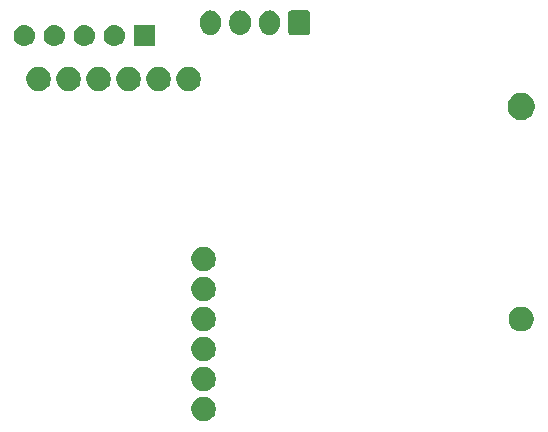
<source format=gbr>
G04 #@! TF.GenerationSoftware,KiCad,Pcbnew,5.1.4*
G04 #@! TF.CreationDate,2019-11-19T13:40:08+01:00*
G04 #@! TF.ProjectId,lamp,6c616d70-2e6b-4696-9361-645f70636258,rev?*
G04 #@! TF.SameCoordinates,Original*
G04 #@! TF.FileFunction,Soldermask,Bot*
G04 #@! TF.FilePolarity,Negative*
%FSLAX46Y46*%
G04 Gerber Fmt 4.6, Leading zero omitted, Abs format (unit mm)*
G04 Created by KiCad (PCBNEW 5.1.4) date 2019-11-19 13:40:08*
%MOMM*%
%LPD*%
G04 APERTURE LIST*
%ADD10C,0.100000*%
G04 APERTURE END LIST*
D10*
G36*
X37423765Y-140598620D02*
G01*
X37613288Y-140677123D01*
X37783854Y-140791092D01*
X37928908Y-140936146D01*
X38042877Y-141106712D01*
X38121380Y-141296235D01*
X38161400Y-141497431D01*
X38161400Y-141702569D01*
X38121380Y-141903765D01*
X38042877Y-142093288D01*
X37928908Y-142263854D01*
X37783854Y-142408908D01*
X37613288Y-142522877D01*
X37613287Y-142522878D01*
X37613286Y-142522878D01*
X37423765Y-142601380D01*
X37222570Y-142641400D01*
X37017430Y-142641400D01*
X36816235Y-142601380D01*
X36626714Y-142522878D01*
X36626713Y-142522878D01*
X36626712Y-142522877D01*
X36456146Y-142408908D01*
X36311092Y-142263854D01*
X36197123Y-142093288D01*
X36118620Y-141903765D01*
X36078600Y-141702569D01*
X36078600Y-141497431D01*
X36118620Y-141296235D01*
X36197123Y-141106712D01*
X36311092Y-140936146D01*
X36456146Y-140791092D01*
X36626712Y-140677123D01*
X36816235Y-140598620D01*
X37017430Y-140558600D01*
X37222570Y-140558600D01*
X37423765Y-140598620D01*
X37423765Y-140598620D01*
G37*
G36*
X37423765Y-138058620D02*
G01*
X37613288Y-138137123D01*
X37783854Y-138251092D01*
X37928908Y-138396146D01*
X38042877Y-138566712D01*
X38121380Y-138756235D01*
X38161400Y-138957431D01*
X38161400Y-139162569D01*
X38121380Y-139363765D01*
X38042877Y-139553288D01*
X37928908Y-139723854D01*
X37783854Y-139868908D01*
X37613288Y-139982877D01*
X37613287Y-139982878D01*
X37613286Y-139982878D01*
X37423765Y-140061380D01*
X37222570Y-140101400D01*
X37017430Y-140101400D01*
X36816235Y-140061380D01*
X36626714Y-139982878D01*
X36626713Y-139982878D01*
X36626712Y-139982877D01*
X36456146Y-139868908D01*
X36311092Y-139723854D01*
X36197123Y-139553288D01*
X36118620Y-139363765D01*
X36078600Y-139162569D01*
X36078600Y-138957431D01*
X36118620Y-138756235D01*
X36197123Y-138566712D01*
X36311092Y-138396146D01*
X36456146Y-138251092D01*
X36626712Y-138137123D01*
X36816235Y-138058620D01*
X37017430Y-138018600D01*
X37222570Y-138018600D01*
X37423765Y-138058620D01*
X37423765Y-138058620D01*
G37*
G36*
X37423765Y-135518620D02*
G01*
X37613288Y-135597123D01*
X37783854Y-135711092D01*
X37928908Y-135856146D01*
X38042877Y-136026712D01*
X38121380Y-136216235D01*
X38161400Y-136417431D01*
X38161400Y-136622569D01*
X38121380Y-136823765D01*
X38042877Y-137013288D01*
X37928908Y-137183854D01*
X37783854Y-137328908D01*
X37613288Y-137442877D01*
X37613287Y-137442878D01*
X37613286Y-137442878D01*
X37423765Y-137521380D01*
X37222570Y-137561400D01*
X37017430Y-137561400D01*
X36816235Y-137521380D01*
X36626714Y-137442878D01*
X36626713Y-137442878D01*
X36626712Y-137442877D01*
X36456146Y-137328908D01*
X36311092Y-137183854D01*
X36197123Y-137013288D01*
X36118620Y-136823765D01*
X36078600Y-136622569D01*
X36078600Y-136417431D01*
X36118620Y-136216235D01*
X36197123Y-136026712D01*
X36311092Y-135856146D01*
X36456146Y-135711092D01*
X36626712Y-135597123D01*
X36816235Y-135518620D01*
X37017430Y-135478600D01*
X37222570Y-135478600D01*
X37423765Y-135518620D01*
X37423765Y-135518620D01*
G37*
G36*
X64306564Y-132989389D02*
G01*
X64497833Y-133068615D01*
X64497835Y-133068616D01*
X64669973Y-133183635D01*
X64816365Y-133330027D01*
X64921059Y-133486712D01*
X64931385Y-133502167D01*
X65010611Y-133693436D01*
X65051000Y-133896484D01*
X65051000Y-134103516D01*
X65010611Y-134306564D01*
X64941552Y-134473288D01*
X64931384Y-134497835D01*
X64816365Y-134669973D01*
X64669973Y-134816365D01*
X64497835Y-134931384D01*
X64497834Y-134931385D01*
X64497833Y-134931385D01*
X64306564Y-135010611D01*
X64103516Y-135051000D01*
X63896484Y-135051000D01*
X63693436Y-135010611D01*
X63502167Y-134931385D01*
X63502166Y-134931385D01*
X63502165Y-134931384D01*
X63330027Y-134816365D01*
X63183635Y-134669973D01*
X63068616Y-134497835D01*
X63058448Y-134473288D01*
X62989389Y-134306564D01*
X62949000Y-134103516D01*
X62949000Y-133896484D01*
X62989389Y-133693436D01*
X63068615Y-133502167D01*
X63078942Y-133486712D01*
X63183635Y-133330027D01*
X63330027Y-133183635D01*
X63502165Y-133068616D01*
X63502167Y-133068615D01*
X63693436Y-132989389D01*
X63896484Y-132949000D01*
X64103516Y-132949000D01*
X64306564Y-132989389D01*
X64306564Y-132989389D01*
G37*
G36*
X37423765Y-132978620D02*
G01*
X37613288Y-133057123D01*
X37783854Y-133171092D01*
X37928908Y-133316146D01*
X37928909Y-133316148D01*
X38042878Y-133486714D01*
X38121380Y-133676235D01*
X38161400Y-133877430D01*
X38161400Y-134082570D01*
X38121380Y-134283765D01*
X38042877Y-134473288D01*
X37928908Y-134643854D01*
X37783854Y-134788908D01*
X37613288Y-134902877D01*
X37613287Y-134902878D01*
X37613286Y-134902878D01*
X37423765Y-134981380D01*
X37222570Y-135021400D01*
X37017430Y-135021400D01*
X36816235Y-134981380D01*
X36626714Y-134902878D01*
X36626713Y-134902878D01*
X36626712Y-134902877D01*
X36456146Y-134788908D01*
X36311092Y-134643854D01*
X36197123Y-134473288D01*
X36118620Y-134283765D01*
X36078600Y-134082570D01*
X36078600Y-133877430D01*
X36118620Y-133676235D01*
X36197122Y-133486714D01*
X36311091Y-133316148D01*
X36311092Y-133316146D01*
X36456146Y-133171092D01*
X36626712Y-133057123D01*
X36816235Y-132978620D01*
X37017430Y-132938600D01*
X37222570Y-132938600D01*
X37423765Y-132978620D01*
X37423765Y-132978620D01*
G37*
G36*
X37423765Y-130438620D02*
G01*
X37613288Y-130517123D01*
X37783854Y-130631092D01*
X37928908Y-130776146D01*
X38042877Y-130946712D01*
X38121380Y-131136235D01*
X38161400Y-131337431D01*
X38161400Y-131542569D01*
X38121380Y-131743765D01*
X38042877Y-131933288D01*
X37928908Y-132103854D01*
X37783854Y-132248908D01*
X37613288Y-132362877D01*
X37613287Y-132362878D01*
X37613286Y-132362878D01*
X37423765Y-132441380D01*
X37222570Y-132481400D01*
X37017430Y-132481400D01*
X36816235Y-132441380D01*
X36626714Y-132362878D01*
X36626713Y-132362878D01*
X36626712Y-132362877D01*
X36456146Y-132248908D01*
X36311092Y-132103854D01*
X36197123Y-131933288D01*
X36118620Y-131743765D01*
X36078600Y-131542569D01*
X36078600Y-131337431D01*
X36118620Y-131136235D01*
X36197123Y-130946712D01*
X36311092Y-130776146D01*
X36456146Y-130631092D01*
X36626712Y-130517123D01*
X36816235Y-130438620D01*
X37017430Y-130398600D01*
X37222570Y-130398600D01*
X37423765Y-130438620D01*
X37423765Y-130438620D01*
G37*
G36*
X37423765Y-127898620D02*
G01*
X37613288Y-127977123D01*
X37783854Y-128091092D01*
X37928908Y-128236146D01*
X38042877Y-128406712D01*
X38121380Y-128596235D01*
X38161400Y-128797431D01*
X38161400Y-129002569D01*
X38121380Y-129203765D01*
X38042877Y-129393288D01*
X37928908Y-129563854D01*
X37783854Y-129708908D01*
X37613288Y-129822877D01*
X37613287Y-129822878D01*
X37613286Y-129822878D01*
X37423765Y-129901380D01*
X37222570Y-129941400D01*
X37017430Y-129941400D01*
X36816235Y-129901380D01*
X36626714Y-129822878D01*
X36626713Y-129822878D01*
X36626712Y-129822877D01*
X36456146Y-129708908D01*
X36311092Y-129563854D01*
X36197123Y-129393288D01*
X36118620Y-129203765D01*
X36078600Y-129002569D01*
X36078600Y-128797431D01*
X36118620Y-128596235D01*
X36197123Y-128406712D01*
X36311092Y-128236146D01*
X36456146Y-128091092D01*
X36626712Y-127977123D01*
X36816235Y-127898620D01*
X37017430Y-127858600D01*
X37222570Y-127858600D01*
X37423765Y-127898620D01*
X37423765Y-127898620D01*
G37*
G36*
X64224549Y-114871116D02*
G01*
X64335734Y-114893232D01*
X64545203Y-114979997D01*
X64733720Y-115105960D01*
X64894040Y-115266280D01*
X65020003Y-115454797D01*
X65106768Y-115664266D01*
X65151000Y-115886636D01*
X65151000Y-116113364D01*
X65106768Y-116335734D01*
X65020003Y-116545203D01*
X64894040Y-116733720D01*
X64733720Y-116894040D01*
X64545203Y-117020003D01*
X64335734Y-117106768D01*
X64224549Y-117128884D01*
X64113365Y-117151000D01*
X63886635Y-117151000D01*
X63775451Y-117128884D01*
X63664266Y-117106768D01*
X63454797Y-117020003D01*
X63266280Y-116894040D01*
X63105960Y-116733720D01*
X62979997Y-116545203D01*
X62893232Y-116335734D01*
X62849000Y-116113364D01*
X62849000Y-115886636D01*
X62893232Y-115664266D01*
X62979997Y-115454797D01*
X63105960Y-115266280D01*
X63266280Y-115105960D01*
X63454797Y-114979997D01*
X63664266Y-114893232D01*
X63775451Y-114871116D01*
X63886635Y-114849000D01*
X64113365Y-114849000D01*
X64224549Y-114871116D01*
X64224549Y-114871116D01*
G37*
G36*
X33613765Y-112658620D02*
G01*
X33803288Y-112737123D01*
X33973854Y-112851092D01*
X34118908Y-112996146D01*
X34232877Y-113166712D01*
X34311380Y-113356235D01*
X34351400Y-113557431D01*
X34351400Y-113762569D01*
X34311380Y-113963765D01*
X34232877Y-114153288D01*
X34118908Y-114323854D01*
X33973854Y-114468908D01*
X33803288Y-114582877D01*
X33803287Y-114582878D01*
X33803286Y-114582878D01*
X33613765Y-114661380D01*
X33412570Y-114701400D01*
X33207430Y-114701400D01*
X33006235Y-114661380D01*
X32816714Y-114582878D01*
X32816713Y-114582878D01*
X32816712Y-114582877D01*
X32646146Y-114468908D01*
X32501092Y-114323854D01*
X32387123Y-114153288D01*
X32308620Y-113963765D01*
X32268600Y-113762569D01*
X32268600Y-113557431D01*
X32308620Y-113356235D01*
X32387123Y-113166712D01*
X32501092Y-112996146D01*
X32646146Y-112851092D01*
X32816712Y-112737123D01*
X33006235Y-112658620D01*
X33207430Y-112618600D01*
X33412570Y-112618600D01*
X33613765Y-112658620D01*
X33613765Y-112658620D01*
G37*
G36*
X31073765Y-112658620D02*
G01*
X31263288Y-112737123D01*
X31433854Y-112851092D01*
X31578908Y-112996146D01*
X31692877Y-113166712D01*
X31771380Y-113356235D01*
X31811400Y-113557431D01*
X31811400Y-113762569D01*
X31771380Y-113963765D01*
X31692877Y-114153288D01*
X31578908Y-114323854D01*
X31433854Y-114468908D01*
X31263288Y-114582877D01*
X31263287Y-114582878D01*
X31263286Y-114582878D01*
X31073765Y-114661380D01*
X30872570Y-114701400D01*
X30667430Y-114701400D01*
X30466235Y-114661380D01*
X30276714Y-114582878D01*
X30276713Y-114582878D01*
X30276712Y-114582877D01*
X30106146Y-114468908D01*
X29961092Y-114323854D01*
X29847123Y-114153288D01*
X29768620Y-113963765D01*
X29728600Y-113762569D01*
X29728600Y-113557431D01*
X29768620Y-113356235D01*
X29847123Y-113166712D01*
X29961092Y-112996146D01*
X30106146Y-112851092D01*
X30276712Y-112737123D01*
X30466235Y-112658620D01*
X30667430Y-112618600D01*
X30872570Y-112618600D01*
X31073765Y-112658620D01*
X31073765Y-112658620D01*
G37*
G36*
X25993765Y-112658620D02*
G01*
X26183288Y-112737123D01*
X26353854Y-112851092D01*
X26498908Y-112996146D01*
X26612877Y-113166712D01*
X26691380Y-113356235D01*
X26731400Y-113557431D01*
X26731400Y-113762569D01*
X26691380Y-113963765D01*
X26612877Y-114153288D01*
X26498908Y-114323854D01*
X26353854Y-114468908D01*
X26183288Y-114582877D01*
X26183287Y-114582878D01*
X26183286Y-114582878D01*
X25993765Y-114661380D01*
X25792570Y-114701400D01*
X25587430Y-114701400D01*
X25386235Y-114661380D01*
X25196714Y-114582878D01*
X25196713Y-114582878D01*
X25196712Y-114582877D01*
X25026146Y-114468908D01*
X24881092Y-114323854D01*
X24767123Y-114153288D01*
X24688620Y-113963765D01*
X24648600Y-113762569D01*
X24648600Y-113557431D01*
X24688620Y-113356235D01*
X24767123Y-113166712D01*
X24881092Y-112996146D01*
X25026146Y-112851092D01*
X25196712Y-112737123D01*
X25386235Y-112658620D01*
X25587430Y-112618600D01*
X25792570Y-112618600D01*
X25993765Y-112658620D01*
X25993765Y-112658620D01*
G37*
G36*
X23453765Y-112658620D02*
G01*
X23643288Y-112737123D01*
X23813854Y-112851092D01*
X23958908Y-112996146D01*
X24072877Y-113166712D01*
X24151380Y-113356235D01*
X24191400Y-113557431D01*
X24191400Y-113762569D01*
X24151380Y-113963765D01*
X24072877Y-114153288D01*
X23958908Y-114323854D01*
X23813854Y-114468908D01*
X23643288Y-114582877D01*
X23643287Y-114582878D01*
X23643286Y-114582878D01*
X23453765Y-114661380D01*
X23252570Y-114701400D01*
X23047430Y-114701400D01*
X22846235Y-114661380D01*
X22656714Y-114582878D01*
X22656713Y-114582878D01*
X22656712Y-114582877D01*
X22486146Y-114468908D01*
X22341092Y-114323854D01*
X22227123Y-114153288D01*
X22148620Y-113963765D01*
X22108600Y-113762569D01*
X22108600Y-113557431D01*
X22148620Y-113356235D01*
X22227123Y-113166712D01*
X22341092Y-112996146D01*
X22486146Y-112851092D01*
X22656712Y-112737123D01*
X22846235Y-112658620D01*
X23047430Y-112618600D01*
X23252570Y-112618600D01*
X23453765Y-112658620D01*
X23453765Y-112658620D01*
G37*
G36*
X28533765Y-112658620D02*
G01*
X28723288Y-112737123D01*
X28893854Y-112851092D01*
X29038908Y-112996146D01*
X29152877Y-113166712D01*
X29231380Y-113356235D01*
X29271400Y-113557431D01*
X29271400Y-113762569D01*
X29231380Y-113963765D01*
X29152877Y-114153288D01*
X29038908Y-114323854D01*
X28893854Y-114468908D01*
X28723288Y-114582877D01*
X28723287Y-114582878D01*
X28723286Y-114582878D01*
X28533765Y-114661380D01*
X28332570Y-114701400D01*
X28127430Y-114701400D01*
X27926235Y-114661380D01*
X27736714Y-114582878D01*
X27736713Y-114582878D01*
X27736712Y-114582877D01*
X27566146Y-114468908D01*
X27421092Y-114323854D01*
X27307123Y-114153288D01*
X27228620Y-113963765D01*
X27188600Y-113762569D01*
X27188600Y-113557431D01*
X27228620Y-113356235D01*
X27307123Y-113166712D01*
X27421092Y-112996146D01*
X27566146Y-112851092D01*
X27736712Y-112737123D01*
X27926235Y-112658620D01*
X28127430Y-112618600D01*
X28332570Y-112618600D01*
X28533765Y-112658620D01*
X28533765Y-112658620D01*
G37*
G36*
X36153765Y-112658620D02*
G01*
X36343288Y-112737123D01*
X36513854Y-112851092D01*
X36658908Y-112996146D01*
X36772877Y-113166712D01*
X36851380Y-113356235D01*
X36891400Y-113557431D01*
X36891400Y-113762569D01*
X36851380Y-113963765D01*
X36772877Y-114153288D01*
X36658908Y-114323854D01*
X36513854Y-114468908D01*
X36343288Y-114582877D01*
X36343287Y-114582878D01*
X36343286Y-114582878D01*
X36153765Y-114661380D01*
X35952570Y-114701400D01*
X35747430Y-114701400D01*
X35546235Y-114661380D01*
X35356714Y-114582878D01*
X35356713Y-114582878D01*
X35356712Y-114582877D01*
X35186146Y-114468908D01*
X35041092Y-114323854D01*
X34927123Y-114153288D01*
X34848620Y-113963765D01*
X34808600Y-113762569D01*
X34808600Y-113557431D01*
X34848620Y-113356235D01*
X34927123Y-113166712D01*
X35041092Y-112996146D01*
X35186146Y-112851092D01*
X35356712Y-112737123D01*
X35546235Y-112658620D01*
X35747430Y-112618600D01*
X35952570Y-112618600D01*
X36153765Y-112658620D01*
X36153765Y-112658620D01*
G37*
G36*
X29670443Y-109105519D02*
G01*
X29736627Y-109112037D01*
X29906466Y-109163557D01*
X30062991Y-109247222D01*
X30098729Y-109276552D01*
X30200186Y-109359814D01*
X30283448Y-109461271D01*
X30312778Y-109497009D01*
X30396443Y-109653534D01*
X30447963Y-109823373D01*
X30465359Y-110000000D01*
X30447963Y-110176627D01*
X30396443Y-110346466D01*
X30312778Y-110502991D01*
X30283448Y-110538729D01*
X30200186Y-110640186D01*
X30098729Y-110723448D01*
X30062991Y-110752778D01*
X29906466Y-110836443D01*
X29736627Y-110887963D01*
X29670443Y-110894481D01*
X29604260Y-110901000D01*
X29515740Y-110901000D01*
X29449557Y-110894481D01*
X29383373Y-110887963D01*
X29213534Y-110836443D01*
X29057009Y-110752778D01*
X29021271Y-110723448D01*
X28919814Y-110640186D01*
X28836552Y-110538729D01*
X28807222Y-110502991D01*
X28723557Y-110346466D01*
X28672037Y-110176627D01*
X28654641Y-110000000D01*
X28672037Y-109823373D01*
X28723557Y-109653534D01*
X28807222Y-109497009D01*
X28836552Y-109461271D01*
X28919814Y-109359814D01*
X29021271Y-109276552D01*
X29057009Y-109247222D01*
X29213534Y-109163557D01*
X29383373Y-109112037D01*
X29449557Y-109105519D01*
X29515740Y-109099000D01*
X29604260Y-109099000D01*
X29670443Y-109105519D01*
X29670443Y-109105519D01*
G37*
G36*
X33001000Y-110901000D02*
G01*
X31199000Y-110901000D01*
X31199000Y-109099000D01*
X33001000Y-109099000D01*
X33001000Y-110901000D01*
X33001000Y-110901000D01*
G37*
G36*
X27130443Y-109105519D02*
G01*
X27196627Y-109112037D01*
X27366466Y-109163557D01*
X27522991Y-109247222D01*
X27558729Y-109276552D01*
X27660186Y-109359814D01*
X27743448Y-109461271D01*
X27772778Y-109497009D01*
X27856443Y-109653534D01*
X27907963Y-109823373D01*
X27925359Y-110000000D01*
X27907963Y-110176627D01*
X27856443Y-110346466D01*
X27772778Y-110502991D01*
X27743448Y-110538729D01*
X27660186Y-110640186D01*
X27558729Y-110723448D01*
X27522991Y-110752778D01*
X27366466Y-110836443D01*
X27196627Y-110887963D01*
X27130443Y-110894481D01*
X27064260Y-110901000D01*
X26975740Y-110901000D01*
X26909557Y-110894481D01*
X26843373Y-110887963D01*
X26673534Y-110836443D01*
X26517009Y-110752778D01*
X26481271Y-110723448D01*
X26379814Y-110640186D01*
X26296552Y-110538729D01*
X26267222Y-110502991D01*
X26183557Y-110346466D01*
X26132037Y-110176627D01*
X26114641Y-110000000D01*
X26132037Y-109823373D01*
X26183557Y-109653534D01*
X26267222Y-109497009D01*
X26296552Y-109461271D01*
X26379814Y-109359814D01*
X26481271Y-109276552D01*
X26517009Y-109247222D01*
X26673534Y-109163557D01*
X26843373Y-109112037D01*
X26909557Y-109105519D01*
X26975740Y-109099000D01*
X27064260Y-109099000D01*
X27130443Y-109105519D01*
X27130443Y-109105519D01*
G37*
G36*
X24590443Y-109105519D02*
G01*
X24656627Y-109112037D01*
X24826466Y-109163557D01*
X24982991Y-109247222D01*
X25018729Y-109276552D01*
X25120186Y-109359814D01*
X25203448Y-109461271D01*
X25232778Y-109497009D01*
X25316443Y-109653534D01*
X25367963Y-109823373D01*
X25385359Y-110000000D01*
X25367963Y-110176627D01*
X25316443Y-110346466D01*
X25232778Y-110502991D01*
X25203448Y-110538729D01*
X25120186Y-110640186D01*
X25018729Y-110723448D01*
X24982991Y-110752778D01*
X24826466Y-110836443D01*
X24656627Y-110887963D01*
X24590443Y-110894481D01*
X24524260Y-110901000D01*
X24435740Y-110901000D01*
X24369557Y-110894481D01*
X24303373Y-110887963D01*
X24133534Y-110836443D01*
X23977009Y-110752778D01*
X23941271Y-110723448D01*
X23839814Y-110640186D01*
X23756552Y-110538729D01*
X23727222Y-110502991D01*
X23643557Y-110346466D01*
X23592037Y-110176627D01*
X23574641Y-110000000D01*
X23592037Y-109823373D01*
X23643557Y-109653534D01*
X23727222Y-109497009D01*
X23756552Y-109461271D01*
X23839814Y-109359814D01*
X23941271Y-109276552D01*
X23977009Y-109247222D01*
X24133534Y-109163557D01*
X24303373Y-109112037D01*
X24369557Y-109105519D01*
X24435740Y-109099000D01*
X24524260Y-109099000D01*
X24590443Y-109105519D01*
X24590443Y-109105519D01*
G37*
G36*
X22050443Y-109105519D02*
G01*
X22116627Y-109112037D01*
X22286466Y-109163557D01*
X22442991Y-109247222D01*
X22478729Y-109276552D01*
X22580186Y-109359814D01*
X22663448Y-109461271D01*
X22692778Y-109497009D01*
X22776443Y-109653534D01*
X22827963Y-109823373D01*
X22845359Y-110000000D01*
X22827963Y-110176627D01*
X22776443Y-110346466D01*
X22692778Y-110502991D01*
X22663448Y-110538729D01*
X22580186Y-110640186D01*
X22478729Y-110723448D01*
X22442991Y-110752778D01*
X22286466Y-110836443D01*
X22116627Y-110887963D01*
X22050443Y-110894481D01*
X21984260Y-110901000D01*
X21895740Y-110901000D01*
X21829557Y-110894481D01*
X21763373Y-110887963D01*
X21593534Y-110836443D01*
X21437009Y-110752778D01*
X21401271Y-110723448D01*
X21299814Y-110640186D01*
X21216552Y-110538729D01*
X21187222Y-110502991D01*
X21103557Y-110346466D01*
X21052037Y-110176627D01*
X21034641Y-110000000D01*
X21052037Y-109823373D01*
X21103557Y-109653534D01*
X21187222Y-109497009D01*
X21216552Y-109461271D01*
X21299814Y-109359814D01*
X21401271Y-109276552D01*
X21437009Y-109247222D01*
X21593534Y-109163557D01*
X21763373Y-109112037D01*
X21829557Y-109105519D01*
X21895740Y-109099000D01*
X21984260Y-109099000D01*
X22050443Y-109105519D01*
X22050443Y-109105519D01*
G37*
G36*
X37876627Y-107887037D02*
G01*
X38046466Y-107938557D01*
X38202991Y-108022222D01*
X38238729Y-108051552D01*
X38340186Y-108134814D01*
X38423448Y-108236271D01*
X38452778Y-108272009D01*
X38536443Y-108428534D01*
X38587963Y-108598374D01*
X38601000Y-108730743D01*
X38601000Y-109069258D01*
X38587963Y-109201627D01*
X38536443Y-109371466D01*
X38452778Y-109527991D01*
X38423448Y-109563729D01*
X38340186Y-109665186D01*
X38202989Y-109777779D01*
X38046467Y-109861442D01*
X38046465Y-109861443D01*
X37876626Y-109912963D01*
X37700000Y-109930359D01*
X37523373Y-109912963D01*
X37353534Y-109861443D01*
X37197009Y-109777778D01*
X37154750Y-109743097D01*
X37059814Y-109665186D01*
X36947221Y-109527989D01*
X36863558Y-109371467D01*
X36860023Y-109359814D01*
X36812037Y-109201626D01*
X36799000Y-109069257D01*
X36799000Y-108730742D01*
X36812037Y-108598373D01*
X36863557Y-108428534D01*
X36947222Y-108272009D01*
X37059815Y-108134815D01*
X37197010Y-108022222D01*
X37353535Y-107938557D01*
X37523374Y-107887037D01*
X37700000Y-107869641D01*
X37876627Y-107887037D01*
X37876627Y-107887037D01*
G37*
G36*
X40376627Y-107887037D02*
G01*
X40546466Y-107938557D01*
X40702991Y-108022222D01*
X40738729Y-108051552D01*
X40840186Y-108134814D01*
X40923448Y-108236271D01*
X40952778Y-108272009D01*
X41036443Y-108428534D01*
X41087963Y-108598374D01*
X41101000Y-108730743D01*
X41101000Y-109069258D01*
X41087963Y-109201627D01*
X41036443Y-109371466D01*
X40952778Y-109527991D01*
X40923448Y-109563729D01*
X40840186Y-109665186D01*
X40702989Y-109777779D01*
X40546467Y-109861442D01*
X40546465Y-109861443D01*
X40376626Y-109912963D01*
X40200000Y-109930359D01*
X40023373Y-109912963D01*
X39853534Y-109861443D01*
X39697009Y-109777778D01*
X39654750Y-109743097D01*
X39559814Y-109665186D01*
X39447221Y-109527989D01*
X39363558Y-109371467D01*
X39360023Y-109359814D01*
X39312037Y-109201626D01*
X39299000Y-109069257D01*
X39299000Y-108730742D01*
X39312037Y-108598373D01*
X39363557Y-108428534D01*
X39447222Y-108272009D01*
X39559815Y-108134815D01*
X39697010Y-108022222D01*
X39853535Y-107938557D01*
X40023374Y-107887037D01*
X40200000Y-107869641D01*
X40376627Y-107887037D01*
X40376627Y-107887037D01*
G37*
G36*
X42876627Y-107887037D02*
G01*
X43046466Y-107938557D01*
X43202991Y-108022222D01*
X43238729Y-108051552D01*
X43340186Y-108134814D01*
X43423448Y-108236271D01*
X43452778Y-108272009D01*
X43536443Y-108428534D01*
X43587963Y-108598374D01*
X43601000Y-108730743D01*
X43601000Y-109069258D01*
X43587963Y-109201627D01*
X43536443Y-109371466D01*
X43452778Y-109527991D01*
X43423448Y-109563729D01*
X43340186Y-109665186D01*
X43202989Y-109777779D01*
X43046467Y-109861442D01*
X43046465Y-109861443D01*
X42876626Y-109912963D01*
X42700000Y-109930359D01*
X42523373Y-109912963D01*
X42353534Y-109861443D01*
X42197009Y-109777778D01*
X42154750Y-109743097D01*
X42059814Y-109665186D01*
X41947221Y-109527989D01*
X41863558Y-109371467D01*
X41860023Y-109359814D01*
X41812037Y-109201626D01*
X41799000Y-109069257D01*
X41799000Y-108730742D01*
X41812037Y-108598373D01*
X41863557Y-108428534D01*
X41947222Y-108272009D01*
X42059815Y-108134815D01*
X42197010Y-108022222D01*
X42353535Y-107938557D01*
X42523374Y-107887037D01*
X42700000Y-107869641D01*
X42876627Y-107887037D01*
X42876627Y-107887037D01*
G37*
G36*
X45958600Y-107877989D02*
G01*
X45991652Y-107888015D01*
X46022103Y-107904292D01*
X46048799Y-107926201D01*
X46070708Y-107952897D01*
X46086985Y-107983348D01*
X46097011Y-108016400D01*
X46101000Y-108056903D01*
X46101000Y-109743097D01*
X46097011Y-109783600D01*
X46086985Y-109816652D01*
X46070708Y-109847103D01*
X46048799Y-109873799D01*
X46022103Y-109895708D01*
X45991652Y-109911985D01*
X45958600Y-109922011D01*
X45918097Y-109926000D01*
X44481903Y-109926000D01*
X44441400Y-109922011D01*
X44408348Y-109911985D01*
X44377897Y-109895708D01*
X44351201Y-109873799D01*
X44329292Y-109847103D01*
X44313015Y-109816652D01*
X44302989Y-109783600D01*
X44299000Y-109743097D01*
X44299000Y-108056903D01*
X44302989Y-108016400D01*
X44313015Y-107983348D01*
X44329292Y-107952897D01*
X44351201Y-107926201D01*
X44377897Y-107904292D01*
X44408348Y-107888015D01*
X44441400Y-107877989D01*
X44481903Y-107874000D01*
X45918097Y-107874000D01*
X45958600Y-107877989D01*
X45958600Y-107877989D01*
G37*
M02*

</source>
